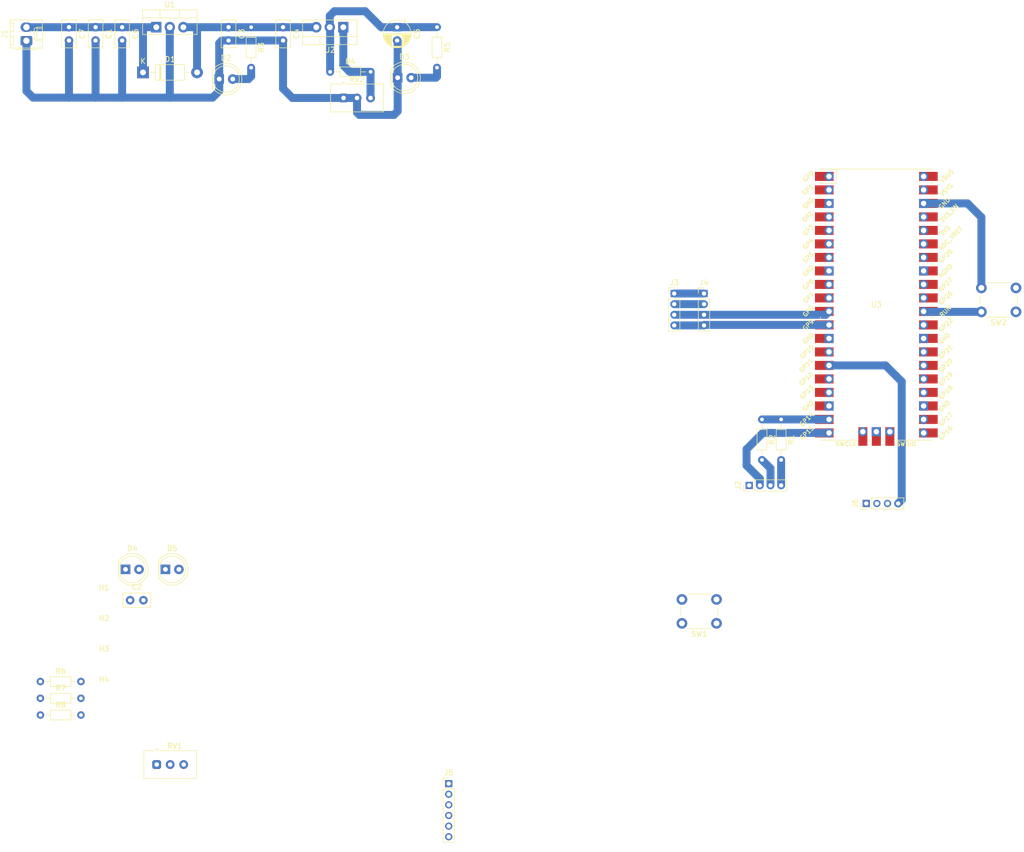
<source format=kicad_pcb>
(kicad_pcb (version 20240108) (generator "pcbnew") (generator_version "8.0")
  (layers (0 "F.Cu" signal) (31 "B.Cu" signal) (34 "B.Paste" user) (35 "F.Paste" user) (36 "B.SilkS" user "B.Silkscreen") (37 "F.SilkS" user "F.Silkscreen") (38 "B.Mask" user) (39 "F.Mask" user) (44 "Edge.Cuts" user))
  (net 0 "")
  (net 1 "GND")
  (net 2 "PIN_ADC")
  (net 3 "5V")
  (net 4 "3.3V")
  (net 5 "VCC")
  (net 6 "Net-(D2-A)")
  (net 7 "Net-(D3-A)")
  (net 8 "Net-(D4-A)")
  (net 9 "Net-(D5-A)")
  (net 10 "TRIG")
  (net 11 "Net-(J2-Pin_3)")
  (net 12 "SCL_0")
  (net 13 "SDA_0")
  (net 14 "PIN_RX")
  (net 15 "PIN_TX")
  (net 16 "PIN_SCK")
  (net 17 "PIN_CS")
  (net 18 "PIN_PWM")
  (net 19 "PIN_PRM")
  (net 20 "ECHO")
  (net 21 "Net-(U2-ADJ)")
  (net 22 "MIN_ALTURA")
  (net 23 "MAX_ALTURA")
  (net 24 "PIN_PAGINA")
  (net 25 "Net-(SW2-Pad2)")
  (net 26 "Net-(U3-RUN)")
  (net 27 "SDA_1")
  (net 28 "SCL_1")
  (net 53 "PIN_RPM")
  (footprint "MountingHole:MountingHole_2.1mm" (layer "F.Cu") (at 34.6 141.4)
    (property "Reference" "H2" (at 0 -3.2 0) (layer "F.SilkS"))
    (property "Value" "MountingHole")
    (pad "" np_thru_hole circle (at 0 0) (size 2.1 2.1) (drill 2.1) (layers "*.Cu" "*.Mask"))
  )
  (footprint "Connector_PinHeader_2.00mm:PinHeader_1x04_P2.00mm_Vertical" (layer "F.Cu") (at 155.9 113.2 90)
    (property "Reference" "J2" (at 0 -2.06 270) (layer "F.SilkS"))
    (property "Value" "HC-SR04")
    (pad "1" thru_hole rect (at 0 0 90) (size 1.35 1.35) (drill 0.8) (layers "*.Cu" "*.Mask") (net 3 "5V"))
    (pad "2" thru_hole oval (at 0 2 90) (size 1.35 1.35) (drill 0.8) (layers "*.Cu" "*.Mask") (net 10 "TRIG"))
    (pad "3" thru_hole oval (at 0 4 90) (size 1.35 1.35) (drill 0.8) (layers "*.Cu" "*.Mask") (net 11 "Net-(J2-Pin_3)"))
    (pad "4" thru_hole oval (at 0 6 90) (size 1.35 1.35) (drill 0.8) (layers "*.Cu" "*.Mask") (net 1 "GND"))
  )
  (footprint "Potentiometer_THT:Potentiometer_Vishay_T93XA_Horizontal" (layer "F.Cu") (at 44.49 165.715)
    (property "Reference" "RV1" (at 3.4 -3.5 0) (layer "F.SilkS"))
    (property "Value" "SetPoint")
    (pad "1" thru_hole roundrect (at 0 0) (size 1.65 1.65) (drill 0.85) (layers "*.Cu" "*.Mask") (net 4 "3.3V"))
    (pad "2" thru_hole circle (at 2.54 0) (size 1.65 1.65) (drill 0.85) (layers "*.Cu" "*.Mask") (net 2 "PIN_ADC"))
    (pad "3" thru_hole circle (at 5.08 0) (size 1.65 1.65) (drill 0.85) (layers "*.Cu" "*.Mask") (net 1 "GND"))
  )
  (footprint "Package_TO_SOT_THT:TO-220-3_Vertical" (layer "F.Cu") (at 44.42 27)
    (property "Reference" "U1" (at 2.54 -4.27 0) (layer "F.SilkS"))
    (property "Value" "LM7805_TO220")
    (pad "1" thru_hole rect (at 0 0) (size 1.905 2) (drill 1.1) (layers "*.Cu" "*.Mask") (net 5 "VCC"))
    (pad "2" thru_hole oval (at 2.54 0) (size 1.905 2) (drill 1.1) (layers "*.Cu" "*.Mask") (net 1 "GND"))
    (pad "3" thru_hole oval (at 5.08 0) (size 1.905 2) (drill 1.1) (layers "*.Cu" "*.Mask") (net 3 "5V"))
  )
  (footprint "Connector_PinHeader_2.00mm:PinHeader_1x06_P2.00mm_Vertical" (layer "F.Cu") (at 99.4 169.3)
    (property "Reference" "J5" (at 0 -2.06 0) (layer "F.SilkS"))
    (property "Value" "MEMORY SD")
    (pad "1" thru_hole rect (at 0 0) (size 1.35 1.35) (drill 0.8) (layers "*.Cu" "*.Mask") (net 3 "5V"))
    (pad "2" thru_hole oval (at 0 2) (size 1.35 1.35) (drill 0.8) (layers "*.Cu" "*.Mask") (net 1 "GND"))
    (pad "3" thru_hole oval (at 0 4) (size 1.35 1.35) (drill 0.8) (layers "*.Cu" "*.Mask") (net 16 "PIN_SCK"))
    (pad "4" thru_hole oval (at 0 6) (size 1.35 1.35) (drill 0.8) (layers "*.Cu" "*.Mask") (net 15 "PIN_TX"))
    (pad "5" thru_hole oval (at 0 8) (size 1.35 1.35) (drill 0.8) (layers "*.Cu" "*.Mask") (net 14 "PIN_RX"))
    (pad "6" thru_hole oval (at 0 10) (size 1.35 1.35) (drill 0.8) (layers "*.Cu" "*.Mask") (net 17 "PIN_CS"))
  )
  (footprint "Package_TO_SOT_THT:TO-220-3_Vertical" (layer "F.Cu") (at 79.58 27 180)
    (property "Reference" "U2" (at 2.54 -4.27 180) (layer "F.SilkS"))
    (property "Value" "LM317_TO-220")
    (pad "1" thru_hole rect (at 0 0 180) (size 1.905 2) (drill 1.1) (layers "*.Cu" "*.Mask") (net 21 "Net-(U2-ADJ)"))
    (pad "2" thru_hole oval (at 2.54 0 180) (size 1.905 2) (drill 1.1) (layers "*.Cu" "*.Mask") (net 4 "3.3V"))
    (pad "3" thru_hole oval (at 5.08 0 180) (size 1.905 2) (drill 1.1) (layers "*.Cu" "*.Mask") (net 3 "5V"))
  )
  (footprint "Connector_PinHeader_2.00mm:PinHeader_1x04_P2.00mm_Vertical" (layer "F.Cu") (at 141.8 77.1)
    (property "Reference" "J3" (at 0 -2.06 0) (layer "F.SilkS"))
    (property "Value" "LCD 20x4")
    (pad "1" thru_hole rect (at 0 0) (size 1.35 1.35) (drill 0.8) (layers "*.Cu" "*.Mask") (net 3 "5V"))
    (pad "2" thru_hole oval (at 0 2) (size 1.35 1.35) (drill 0.8) (layers "*.Cu" "*.Mask") (net 1 "GND"))
    (pad "3" thru_hole oval (at 0 4) (size 1.35 1.35) (drill 0.8) (layers "*.Cu" "*.Mask") (net 13 "SDA_0"))
    (pad "4" thru_hole oval (at 0 6) (size 1.35 1.35) (drill 0.8) (layers "*.Cu" "*.Mask") (net 12 "SCL_0"))
  )
  (footprint "Connector_PinHeader_2.00mm:PinHeader_1x04_P2.00mm_Vertical" (layer "F.Cu") (at 177.9 116.6 90)
    (property "Reference" "J6" (at 0 -2.06 270) (layer "F.SilkS"))
    (property "Value" "FAN_12V_PWM_3.3V")
    (pad "1" thru_hole rect (at 0 0 90) (size 1.35 1.35) (drill 0.8) (layers "*.Cu" "*.Mask") (net 1 "GND"))
    (pad "2" thru_hole oval (at 0 2 90) (size 1.35 1.35) (drill 0.8) (layers "*.Cu" "*.Mask") (net 5 "VCC"))
    (pad "3" thru_hole oval (at 0 4 90) (size 1.35 1.35) (drill 0.8) (layers "*.Cu" "*.Mask") (net 19 "PIN_PRM"))
    (pad "4" thru_hole oval (at 0 6 90) (size 1.35 1.35) (drill 0.8) (layers "*.Cu" "*.Mask") (net 18 "PIN_PWM"))
  )
  (footprint "Capacitor_THT:C_Disc_D5.0mm_W2.5mm_P2.50mm" (layer "F.Cu") (at 68.25 27 -90)
    (property "Reference" "C4" (at 1.25 -2.5 90) (layer "F.SilkS"))
    (property "Value" "0.1uF")
    (pad "1" thru_hole circle (at 0 0 270) (size 1.6 1.6) (drill 0.8) (layers "*.Cu" "*.Mask") (net 3 "5V"))
    (pad "2" thru_hole circle (at 2.5 0 270) (size 1.6 1.6) (drill 0.8) (layers "*.Cu" "*.Mask") (net 1 "GND"))
  )
  (footprint "Capacitor_THT:C_Disc_D5.0mm_W2.5mm_P2.50mm" (layer "F.Cu") (at 58 27 -90)
    (property "Reference" "C3" (at 1.25 -2.5 90) (layer "F.SilkS"))
    (property "Value" "100n")
    (pad "1" thru_hole circle (at 0 0 270) (size 1.6 1.6) (drill 0.8) (layers "*.Cu" "*.Mask") (net 3 "5V"))
    (pad "2" thru_hole circle (at 2.5 0 270) (size 1.6 1.6) (drill 0.8) (layers "*.Cu" "*.Mask") (net 1 "GND"))
  )
  (footprint "Button_Switch_THT:SW_PUSH_6mm_H4.3mm" (layer "F.Cu") (at 149.75 139.15 180)
    (property "Reference" "SW1" (at 3.25 -2 180) (layer "F.SilkS"))
    (property "Value" "PAGINA")
    (pad "1" thru_hole circle (at 0 0 270) (size 2 2) (drill 1.1) (layers "*.Cu" "*.Mask") (net 24 "PIN_PAGINA"))
    (pad "1" thru_hole circle (at 6.5 0 270) (size 2 2) (drill 1.1) (layers "*.Cu" "*.Mask") (net 24 "PIN_PAGINA"))
    (pad "2" thru_hole circle (at 0 4.5 270) (size 2 2) (drill 1.1) (layers "*.Cu" "*.Mask") (net 1 "GND"))
    (pad "2" thru_hole circle (at 6.5 4.5 270) (size 2 2) (drill 1.1) (layers "*.Cu" "*.Mask") (net 1 "GND"))
  )
  (footprint "Resistor_THT:R_Axial_DIN0204_L3.6mm_D1.6mm_P7.62mm_Horizontal" (layer "F.Cu") (at 97.2 26.99 -90)
    (property "Reference" "R5" (at 3.81 -1.92 90) (layer "F.SilkS"))
    (property "Value" "240")
    (pad "1" thru_hole circle (at 0 0 270) (size 1.4 1.4) (drill 0.7) (layers "*.Cu" "*.Mask") (net 4 "3.3V"))
    (pad "2" thru_hole oval (at 7.62 0 270) (size 1.4 1.4) (drill 0.7) (layers "*.Cu" "*.Mask") (net 7 "Net-(D3-A)"))
  )
  (footprint "MountingHole:MountingHole_2.1mm" (layer "F.Cu") (at 34.6 135.65)
    (property "Reference" "H1" (at 0 -3.2 0) (layer "F.SilkS"))
    (property "Value" "MountingHole")
    (pad "" np_thru_hole circle (at 0 0) (size 2.1 2.1) (drill 2.1) (layers "*.Cu" "*.Mask"))
  )
  (footprint "Diode_THT:D_DO-41_SOD81_P10.16mm_Horizontal" (layer "F.Cu") (at 41.92 35.5)
    (property "Reference" "D1" (at 5.08 -2.47 0) (layer "F.SilkS"))
    (property "Value" "1N4001")
    (fp_text user "K" (at 0 -2.1 0) (layer "F.SilkS"))
    (pad "1" thru_hole rect (at 0 0) (size 2.2 2.2) (drill 1.1) (layers "*.Cu" "*.Mask") (net 5 "VCC"))
    (pad "2" thru_hole oval (at 10.16 0) (size 2.2 2.2) (drill 1.1) (layers "*.Cu" "*.Mask") (net 3 "5V"))
  )
  (footprint "Resistor_THT:R_Axial_DIN0204_L3.6mm_D1.6mm_P7.62mm_Horizontal" (layer "F.Cu") (at 77.1 35.4)
    (property "Reference" "R4" (at 3.81 -1.92 0) (layer "F.SilkS"))
    (property "Value" "240")
    (pad "1" thru_hole circle (at 0 0) (size 1.4 1.4) (drill 0.7) (layers "*.Cu" "*.Mask") (net 4 "3.3V"))
    (pad "2" thru_hole oval (at 7.62 0) (size 1.4 1.4) (drill 0.7) (layers "*.Cu" "*.Mask") (net 21 "Net-(U2-ADJ)"))
  )
  (footprint "Potentiometer_THT:Potentiometer_Vishay_T93YA_Vertical" (layer "F.Cu") (at 79.62 40.3125)
    (property "Reference" "RV2" (at 2.54 -3.5 0) (layer "F.SilkS"))
    (property "Value" "1K")
    (pad "1" thru_hole roundrect (at 0 0) (size 1.65 1.65) (drill 0.85) (layers "*.Cu" "*.Mask") (net 1 "GND"))
    (pad "2" thru_hole circle (at 2.54 0) (size 1.65 1.65) (drill 0.85) (layers "*.Cu" "*.Mask") (net 1 "GND"))
    (pad "3" thru_hole circle (at 5.08 0) (size 1.65 1.65) (drill 0.85) (layers "*.Cu" "*.Mask") (net 21 "Net-(U2-ADJ)"))
  )
  (footprint "Button_Switch_THT:SW_PUSH_6mm_H4.3mm" (layer "F.Cu") (at 206.05 80.55 180)
    (property "Reference" "SW2" (at 3.25 -2 180) (layer "F.SilkS"))
    (property "Value" "RESET")
    (pad "1" thru_hole circle (at 0 0 270) (size 2 2) (drill 1.1) (layers "*.Cu" "*.Mask") (net 26 "Net-(U3-RUN)"))
    (pad "1" thru_hole circle (at 6.5 0 270) (size 2 2) (drill 1.1) (layers "*.Cu" "*.Mask") (net 26 "Net-(U3-RUN)"))
    (pad "2" thru_hole circle (at 0 4.5 270) (size 2 2) (drill 1.1) (layers "*.Cu" "*.Mask") (net 25 "Net-(SW2-Pad2)"))
    (pad "2" thru_hole circle (at 6.5 4.5 270) (size 2 2) (drill 1.1) (layers "*.Cu" "*.Mask") (net 25 "Net-(SW2-Pad2)"))
  )
  (footprint "MCU_RaspberryPi_and_Boards:RPi_Pico_SMD_TH" (layer "F.Cu") (at 179.8 79.2)
    (property "Reference" "U3" (at 0 0 0) (layer "F.SilkS"))
    (property "Value" "Pico")
    (fp_text user "GP18" (at 13.054 16.51 45) (layer "F.SilkS") (effects (font (size 0.8 0.8))))
    (fp_text user "GP5" (at -12.8 -8.89 45) (layer "F.SilkS") (effects (font (size 0.8 0.8))))
    (fp_text user "GP17" (at 13.054 21.59 45) (layer "F.SilkS") (effects (font (size 0.8 0.8))))
    (fp_text user "GP4" (at -12.8 -11.43 45) (layer "F.SilkS") (effects (font (size 0.8 0.8))))
    (fp_text user "GND" (at -12.8 -6.35 45) (layer "F.SilkS") (effects (font (size 0.8 0.8))))
    (fp_text user "GP15" (at -13.054 24.13 45) (layer "F.SilkS") (effects (font (size 0.8 0.8))))
    (fp_text user "GND" (at 12.8 19.05 45) (layer "F.SilkS") (effects (font (size 0.8 0.8))))
    (fp_text user "GND" (at 12.8 -19.05 45) (layer "F.SilkS") (effects (font (size 0.8 0.8))))
    (fp_text user "GP27" (at 13.054 -3.8 45) (layer "F.SilkS") (effects (font (size 0.8 0.8))))
    (fp_text user "GND" (at -12.8 -19.05 45) (layer "F.SilkS") (effects (font (size 0.8 0.8))))
    (fp_text user "GP10" (at -13.054 8.89 45) (layer "F.SilkS") (effects (font (size 0.8 0.8))))
    (fp_text user "GP3" (at -12.8 -13.97 45) (layer "F.SilkS") (effects (font (size 0.8 0.8))))
    (fp_text user "GP2" (at -12.9 -16.51 45) (layer "F.SilkS") (effects (font (size 0.8 0.8))))
    (fp_text user "SWCLK" (at -5.7 26.2 0) (layer "F.SilkS") (effects (font (size 0.8 0.8))))
    (fp_text user "GND" (at 12.8 6.35 45) (layer "F.SilkS") (effects (font (size 0.8 0.8))))
    (fp_text user "GND" (at -12.8 6.35 45) (layer "F.SilkS") (effects (font (size 0.8 0.8))))
    (fp_text user "GP22" (at 13.054 3.81 45) (layer "F.SilkS") (effects (font (size 0.8 0.8))))
    (fp_text user "GP13" (at -13.054 16.51 45) (layer "F.SilkS") (effects (font (size 0.8 0.8))))
    (fp_text user "SWDIO" (at 5.6 26.2 0) (layer "F.SilkS") (effects (font (size 0.8 0.8))))
    (fp_text user "GP9" (at -12.8 3.81 45) (layer "F.SilkS") (effects (font (size 0.8 0.8))))
    (fp_text user "GP7" (at -12.7 -1.3 45) (layer "F.SilkS") (effects (font (size 0.8 0.8))))
    (fp_text user "GP16" (at 13.054 24.13 45) (layer "F.SilkS") (effects (font (size 0.8 0.8))))
    (fp_text user "GP1" (at -12.9 -21.6 45) (layer "F.SilkS") (effects (font (size 0.8 0.8))))
    (fp_text user "GP8" (at -12.8 1.27 45) (layer "F.SilkS") (effects (font (size 0.8 0.8))))
    (fp_text user "3V3" (at 12.9 -13.9 45) (layer "F.SilkS") (effects (font (size 0.8 0.8))))
    (fp_text user "VBUS" (at 13.3 -24.2 45) (layer "F.SilkS") (effects (font (size 0.8 0.8))))
    (fp_text user "GP0" (at -12.8 -24.13 45) (layer "F.SilkS") (effects (font (size 0.8 0.8))))
    (fp_text user "AGND" (at 13.054 -6.35 45) (layer "F.SilkS") (effects (font (size 0.8 0.8))))
    (fp_text user "GP26" (at 13.054 -1.27 45) (layer "F.SilkS") (effects (font (size 0.8 0.8))))
    (fp_text user "GND" (at -12.8 19.05 45) (layer "F.SilkS") (effects (font (size 0.8 0.8))))
    (fp_text user "GP21" (at 13.054 8.9 45) (layer "F.SilkS") (effects (font (size 0.8 0.8))))
    (fp_text user "VSYS" (at 13.2 -21.59 45) (layer "F.SilkS") (effects (font (size 0.8 0.8))))
    (fp_text user "GP28" (at 13.054 -9.144 45) (layer "F.SilkS") (effects (font (size 0.8 0.8))))
    (fp_text user "3V3_EN" (at 13.7 -17.2 45) (layer "F.SilkS") (effects (font (size 0.8 0.8))))
    (fp_text user "GP6" (at -12.8 -3.81 45) (layer "F.SilkS") (effects (font (size 0.8 0.8))))
    (fp_text user "ADC_VREF" (at 14 -12.5 45) (layer "F.SilkS") (effects (font (size 0.8 0.8))))
    (fp_text user "GP11" (at -13.2 11.43 45) (layer "F.SilkS") (effects (font (size 0.8 0.8))))
    (fp_text user "GP20" (at 13.054 11.43 45) (layer "F.SilkS") (effects (font (size 0.8 0.8))))
    (fp_text user "GP19" (at 13.054 13.97 45) (layer "F.SilkS") (effects (font (size 0.8 0.8))))
    (fp_text user "GP12" (at -13.2 13.97 45) (layer "F.SilkS") (effects (font (size 0.8 0.8))))
    (fp_text user "GP14" (at -13.1 21.59 45) (layer "F.SilkS") (effects (font (size 0.8 0.8))))
    (fp_text user "RUN" (at 13 1.27 45) (layer "F.SilkS") (effects (font (size 0.8 0.8))))
    (pad "" np_thru_hole oval (at -2.725 -24) (size 1.8 1.8) (drill 1.8) (layers "*.Cu" "*.Mask"))
    (pad "" np_thru_hole oval (at -2.425 -20.97) (size 1.5 1.5) (drill 1.5) (layers "*.Cu" "*.Mask"))
    (pad "" np_thru_hole oval (at 2.425 -20.97) (size 1.5 1.5) (drill 1.5) (layers "*.Cu" "*.Mask"))
    (pad "" np_thru_hole oval (at 2.725 -24) (size 1.8 1.8) (drill 1.8) (layers "*.Cu" "*.Mask"))
    (pad "1" thru_hole oval (at -8.89 -24.13) (size 1.7 1.7) (drill 1.02) (layers "*.Cu" "*.Mask") (net 16 "PIN_SCK"))
    (pad "1" smd rect (at -8.89 -24.13) (size 3.5 1.7) (drill (offset -0.9 0)) (layers "F.Cu" "F.Mask") (net 16 "PIN_SCK"))
    (pad "2" thru_hole oval (at -8.89 -21.59) (size 1.7 1.7) (drill 1.02) (layers "*.Cu" "*.Mask") (net 15 "PIN_TX"))
    (pad "2" smd rect (at -8.89 -21.59) (size 3.5 1.7) (drill (offset -0.9 0)) (layers "F.Cu" "F.Mask") (net 15 "PIN_TX"))
    (pad "3" thru_hole rect (at -8.89 -19.05) (size 1.7 1.7) (drill 1.02) (layers "*.Cu" "*.Mask") (net 1 "GND"))
    (pad "3" smd rect (at -8.89 -19.05) (size 3.5 1.7) (drill (offset -0.9 0)) (layers "F.Cu" "F.Mask") (net 1 "GND"))
    (pad "4" thru_hole oval (at -8.89 -16.51) (size 1.7 1.7) (drill 1.02) (layers "*.Cu" "*.Mask") (net 14 "PIN_RX"))
    (pad "4" smd rect (at -8.89 -16.51) (size 3.5 1.7) (drill (offset -0.9 0)) (layers "F.Cu" "F.Mask") (net 14 "PIN_RX"))
    (pad "5" thru_hole oval (at -8.89 -13.97) (size 1.7 1.7) (drill 1.02) (layers "*.Cu" "*.Mask") (net 17 "PIN_CS"))
    (pad "5" smd rect (at -8.89 -13.97) (size 3.5 1.7) (drill (offset -0.9 0)) (layers "F.Cu" "F.Mask") (net 17 "PIN_CS"))
    (pad "6" thru_hole oval (at -8.89 -11.43) (size 1.7 1.7) (drill 1.02) (layers "*.Cu" "*.Mask"))
    (pad "6" smd rect (at -8.89 -11.43) (size 3.5 1.7) (drill (offset -0.9 0)) (layers "F.Cu" "F.Mask"))
    (pad "7" thru_hole oval (at -8.89 -8.89) (size 1.7 1.7) (drill 1.02) (layers "*.Cu" "*.Mask"))
    (pad "7" smd rect (at -8.89 -8.89) (size 3.5 1.7) (drill (offset -0.9 0)) (layers "F.Cu" "F.Mask"))
    (pad "8" thru_hole rect (at -8.89 -6.35) (size 1.7 1.7) (drill 1.02) (layers "*.Cu" "*.Mask"))
    (pad "8" smd rect (at -8.89 -6.35) (size 3.5 1.7) (drill (offset -0.9 0)) (layers "F.Cu" "F.Mask"))
    (pad "9" thru_hole oval (at -8.89 -3.81) (size 1.7 1.7) (drill 1.02) (layers "*.Cu" "*.Mask") (net 27 "SDA_1"))
    (pad "9" smd rect (at -8.89 -3.81) (size 3.5 1.7) (drill (offset -0.9 0)) (layers "F.Cu" "F.Mask") (net 27 "SDA_1"))
    (pad "10" thru_hole oval (at -8.89 -1.27) (size 1.7 1.7) (drill 1.02) (layers "*.Cu" "*.Mask") (net 28 "SCL_1"))
    (pad "10" smd rect (at -8.89 -1.27) (size 3.5 1.7) (drill (offset -0.9 0)) (layers "F.Cu" "F.Mask") (net 28 "SCL_1"))
    (pad "11" thru_hole oval (at -8.89 1.27) (size 1.7 1.7) (drill 1.02) (layers "*.Cu" "*.Mask") (net 13 "SDA_0"))
    (pad "11" smd rect (at -8.89 1.27) (size 3.5 1.7) (drill (offset -0.9 0)) (layers "F.Cu" "F.Mask") (net 13 "SDA_0"))
    (pad "12" thru_hole oval (at -8.89 3.81) (size 1.7 1.7) (drill 1.02) (layers "*.Cu" "*.Mask") (net 12 "SCL_0"))
    (pad "12" smd rect (at -8.89 3.81) (size 3.5 1.7) (drill (offset -0.9 0)) (layers "F.Cu" "F.Mask") (net 12 "SCL_0"))
    (pad "13" thru_hole rect (at -8.89 6.35) (size 1.7 1.7) (drill 1.02) (layers "*.Cu" "*.Mask"))
    (pad "13" smd rect (at -8.89 6.35) (size 3.5 1.7) (drill (offset -0.9 0)) (layers "F.Cu" "F.Mask"))
    (pad "14" thru_hole oval (at -8.89 8.89) (size 1.7 1.7) (drill 1.02) (layers "*.Cu" "*.Mask") (net 53 "PIN_RPM"))
    (pad "14" smd rect (at -8.89 8.89) (size 3.5 1.7) (drill (offset -0.9 0)) (layers "F.Cu" "F.Mask") (net 53 "PIN_RPM"))
    (pad "15" thru_hole oval (at -8.89 11.43) (size 1.7 1.7) (drill 1.02) (layers "*.Cu" "*.Mask") (net 18 "PIN_PWM"))
    (pad "15" smd rect (at -8.89 11.43) (size 3.5 1.7) (drill (offset -0.9 0)) (layers "F.Cu" "F.Mask") (net 18 "PIN_PWM"))
    (pad "16" thru_hole oval (at -8.89 13.97) (size 1.7 1.7) (drill 1.02) (layers "*.Cu" "*.Mask") (net 23 "MAX_ALTURA"))
    (pad "16" smd rect (at -8.89 13.97) (size 3.5 1.7) (drill (offset -0.9 0)) (layers "F.Cu" "F.Mask") (net 23 "MAX_ALTURA"))
    (pad "17" thru_hole oval (at -8.89 16.51) (size 1.7 1.7) (drill 1.02) (layers "*.Cu" "*.Mask") (net 22 "MIN_ALTURA"))
    (pad "17" smd rect (at -8.89 16.51) (size 3.5 1.7) (drill (offset -0.9 0)) (layers "F.Cu" "F.Mask") (net 22 "MIN_ALTURA"))
    (pad "18" thru_hole rect (at -8.89 19.05) (size 1.7 1.7) (drill 1.02) (layers "*.Cu" "*.Mask"))
    (pad "18" smd rect (at -8.89 19.05) (size 3.5 1.7) (drill (offset -0.9 0)) (layers "F.Cu" "F.Mask"))
    (pad "19" thru_hole oval (at -8.89 21.59) (size 1.7 1.7) (drill 1.02) (layers "*.Cu" "*.Mask") (net 20 "ECHO"))
    (pad "19" smd rect (at -8.89 21.59) (size 3.5 1.7) (drill (offset -0.9 0)) (layers "F.Cu" "F.Mask") (net 20 "ECHO"))
    (pad "20" thru_hole oval (at -8.89 24.13) (size 1.7 1.7) (drill 1.02) (layers "*.Cu" "*.Mask") (net 10 "TRIG"))
    (pad "20" smd rect (at -8.89 24.13) (size 3.5 1.7) (drill (offset -0.9 0)) (layers "F.Cu" "F.Mask") (net 10 "TRIG"))
    (pad "21" thru_hole oval (at 8.89 24.13) (size 1.7 1.7) (drill 1.02) (layers "*.Cu" "*.Mask") (net 24 "PIN_PAGINA"))
    (pad "21" smd rect (at 8.89 24.13) (size 3.5 1.7) (drill (offset 0.9 0)) (layers "F.Cu" "F.Mask") (net 24 "PIN_PAGINA"))
    (pad "22" thru_hole oval (at 8.89 21.59) (size 1.7 1.7) (drill 1.02) (layers "*.Cu" "*.Mask"))
    (pad "22" smd rect (at 8.89 21.59) (size 3.5 1.7) (drill (offset 0.9 0)) (layers "F.Cu" "F.Mask"))
    (pad "23" thru_hole rect (at 8.89 19.05) (size 1.7 1.7) (drill 1.02) (layers "*.Cu" "*.Mask"))
    (pad "23" smd rect (at 8.89 19.05) (size 3.5 1.7) (drill (offset 0.9 0)) (layers "F.Cu" "F.Mask"))
    (pad "24" thru_hole oval (at 8.89 16.51) (size 1.7 1.7) (drill 1.02) (layers "*.Cu" "*.Mask"))
    (pad "24" smd rect (at 8.89 16.51) (size 3.5 1.7) (drill (offset 0.9 0)) (layers "F.Cu" "F.Mask"))
    (pad "25" thru_hole oval (at 8.89 13.97) (size 1.7 1.7) (drill 1.02) (layers "*.Cu" "*.Mask"))
    (pad "25" smd rect (at 8.89 13.97) (size 3.5 1.7) (drill (offset 0.9 0)) (layers "F.Cu" "F.Mask"))
    (pad "26" thru_hole oval (at 8.89 11.43) (size 1.7 1.7) (drill 1.02) (layers "*.Cu" "*.Mask"))
    (pad "26" smd rect (at 8.89 11.43) (size 3.5 1.7) (drill (offset 0.9 0)) (layers "F.Cu" "F.Mask"))
    (pad "27" thru_hole oval (at 8.89 8.89) (size 1.7 1.7) (drill 1.02) (layers "*.Cu" "*.Mask"))
    (pad "27" smd rect (at 8.89 8.89) (size 3.5 1.7) (drill (offset 0.9 0)) (layers "F.Cu" "F.Mask"))
    (pad "28" thru_hole rect (at 8.89 6.35) (size 1.7 1.7) (drill 1.02) (layers "*.Cu" "*.Mask"))
    (pad "28" smd rect (at 8.89 6.35) (size 3.5 1.7) (drill (offset 0.9 0)) (layers "F.Cu" "F.Mask"))
    (pad "29" thru_hole oval (at 8.89 3.81) (size 1.7 1.7) (drill 1.02) (layers "*.Cu" "*.Mask"))
    (pad "29" smd rect (at 8.89 3.81) (size 3.5 1.7) (drill (offset 0.9 0)) (layers "F.Cu" "F.Mask"))
    (pad "30" thru_hole oval (at 8.89 1.27) (size 1.7 1.7) (drill 1.02) (layers "*.Cu" "*.Mask") (net 26 "Net-(U3-RUN)"))
    (pad "30" smd rect (at 8.89 1.27) (size 3.5 1.7) (drill (offset 0.9 0)) (layers "F.Cu" "F.Mask") (net 26 "Net-(U3-RUN)"))
    (pad "31" thru_hole oval (at 8.89 -1.27) (size 1.7 1.7) (drill 1.02) (layers "*.Cu" "*.Mask") (net 2 "PIN_ADC"))
    (pad "31" smd rect (at 8.89 -1.27) (size 3.5 1.7) (drill (offset 0.9 0)) (layers "F.Cu" "F.Mask") (net 2 "PIN_ADC"))
    (pad "32" thru_hole oval (at 8.89 -3.81) (size 1.7 1.7) (drill 1.02) (layers "*.Cu" "*.Mask"))
    (pad "32" smd rect (at 8.89 -3.81) (size 3.5 1.7) (drill (offset 0.9 0)) (layers "F.Cu" "F.Mask"))
    (pad "33" thru_hole rect (at 8.89 -6.35) (size 1.7 1.7) (drill 1.02) (layers "*.Cu" "*.Mask"))
    (pad "33" smd rect (at 8.89 -6.35) (size 3.5 1.7) (drill (offset 0.9 0)) (layers "F.Cu" "F.Mask"))
    (pad "34" thru_hole oval (at 8.89 -8.89) (size 1.7 1.7) (drill 1.02) (layers "*.Cu" "*.Mask"))
    (pad "34" smd rect (at 8.89 -8.89) (size 3.5 1.7) (drill (offset 0.9 0)) (layers "F.Cu" "F.Mask"))
    (pad "35" thru_hole oval (at 8.89 -11.43) (size 1.7 1.7) (drill 1.02) (layers "*.Cu" "*.Mask"))
    (pad "35" smd rect (at 8.89 -11.43) (size 3.5 1.7) (drill (offset 0.9 0)) (layers "F.Cu" "F.Mask"))
    (pad "36" thru_hole oval (at 8.89 -13.97) (size 1.7 1.7) (drill 1.02) (layers "*.Cu" "*.Mask"))
    (pad "36" smd rect (at 8.89 -13.97) (size 3.5 1.7) (drill (offset 0.9 0)) (layers "F.Cu" "F.Mask"))
    (pad "37" thru_hole oval (at 8.89 -16.51) (size 1.7 1.7) (drill 1.02) (layers "*.Cu" "*.Mask"))
    (pad "37" smd rect (at 8.89 -16.51) (size 3.5 1.7) (drill (offset 0.9 0)) (layers "F.Cu" "F.Mask"))
    (pad "38" thru_hole rect (at 8.89 -19.05) (size 1.7 1.7) (drill 1.02) (layers "*.Cu" "*.Mask") (net 25 "Net-(SW2-Pad2)"))
    (pad "38" smd rect (at 8.89 -19.05) (size 3.5 1.7) (drill (offset 0.9 0)) (layers "F.Cu" "F.Mask") (net 25 "Net-(SW2-Pad2)"))
    (pad "39" thru_hole oval (at 8.89 -21.59) (size 1.7 1.7) (drill 1.02) (layers "*.Cu" "*.Mask") (net 3 "5V"))
    (pad "39" smd rect (at 8.89 -21.59) (size 3.5 1.7) (drill (offset 0.9 0)) (layers "F.Cu" "F.Mask") (net 3 "5V"))
    (pad "40" thru_hole oval (at 8.89 -24.13) (size 1.7 1.7) (drill 1.02) (layers "*.Cu" "*.Mask"))
    (pad "40" smd rect (at 8.89 -24.13) (size 3.5 1.7) (drill (offset 0.9 0)) (layers "F.Cu" "F.Mask"))
    (pad "41" thru_hole oval (at -2.54 23.9) (size 1.7 1.7) (drill 1.02) (layers "*.Cu" "*.Mask"))
    (pad "41" smd rect (at -2.54 23.9 90) (size 3.5 1.7) (drill (offset -0.9 0)) (layers "F.Cu" "F.Mask"))
    (pad "42" thru_hole rect (at 0 23.9) (size 1.7 1.7) (drill 1.02) (layers "*.Cu" "*.Mask"))
    (pad "42" smd rect (at 0 23.9 90) (size 3.5 1.7) (drill (offset -0.9 0)) (layers "F.Cu" "F.Mask"))
    (pad "43" thru_hole oval (at 2.54 23.9) (size 1.7 1.7) (drill 1.02) (layers "*.Cu" "*.Mask"))
    (pad "43" smd rect (at 2.54 23.9 90) (size 3.5 1.7) (drill (offset -0.9 0)) (layers "F.Cu" "F.Mask"))
  )
  (footprint "MountingHole:MountingHole_2.1mm" (layer "F.Cu") (at 34.6 147.15)
    (property "Reference" "H3" (at 0 -3.2 0) (layer "F.SilkS"))
    (property "Value" "MountingHole")
    (pad "" np_thru_hole circle (at 0 0) (size 2.1 2.1) (drill 2.1) (layers "*.Cu" "*.Mask"))
  )
  (footprint "Capacitor_THT:CP_Radial_D5.0mm_P2.50mm" (layer "F.Cu") (at 89.7 27 -90)
    (property "Reference" "C5" (at 1.25 -3.75 90) (layer "F.SilkS"))
    (property "Value" "10uF")
    (pad "1" thru_hole rect (at 0 0 270) (size 1.6 1.6) (drill 0.8) (layers "*.Cu" "*.Mask") (net 4 "3.3V"))
    (pad "2" thru_hole circle (at 2.5 0 270) (size 1.6 1.6) (drill 0.8) (layers "*.Cu" "*.Mask") (net 1 "GND"))
  )
  (footprint "LED_THT:LED_D5.0mm" (layer "F.Cu") (at 46.13 129)
    (property "Reference" "D5" (at 1.27 -3.96 0) (layer "F.SilkS"))
    (property "Value" "LED")
    (pad "1" thru_hole rect (at 0 0) (size 1.8 1.8) (drill 0.9) (layers "*.Cu" "*.Mask") (net 1 "GND"))
    (pad "2" thru_hole circle (at 2.54 0) (size 1.8 1.8) (drill 0.9) (layers "*.Cu" "*.Mask") (net 9 "Net-(D5-A)"))
  )
  (footprint "LED_THT:LED_D5.0mm" (layer "F.Cu") (at 56.25 36.75)
    (property "Reference" "D2" (at 1.27 -3.96 0) (layer "F.SilkS"))
    (property "Value" "LED")
    (pad "1" thru_hole rect (at 0 0) (size 1.8 1.8) (drill 0.9) (layers "*.Cu" "*.Mask") (net 1 "GND"))
    (pad "2" thru_hole circle (at 2.54 0) (size 1.8 1.8) (drill 0.9) (layers "*.Cu" "*.Mask") (net 6 "Net-(D2-A)"))
  )
  (footprint "Resistor_THT:R_Axial_DIN0204_L3.6mm_D1.6mm_P7.62mm_Horizontal" (layer "F.Cu") (at 158.3 100.79 -90)
    (property "Reference" "R2" (at 3.81 -1.92 90) (layer "F.SilkS"))
    (property "Value" "1K")
    (pad "1" thru_hole circle (at 0 0 270) (size 1.4 1.4) (drill 0.7) (layers "*.Cu" "*.Mask") (net 20 "ECHO"))
    (pad "2" thru_hole oval (at 7.62 0 270) (size 1.4 1.4) (drill 0.7) (layers "*.Cu" "*.Mask") (net 11 "Net-(J2-Pin_3)"))
  )
  (footprint "Resistor_THT:R_Axial_DIN0204_L3.6mm_D1.6mm_P7.62mm_Horizontal" (layer "F.Cu") (at 22.63 153.25)
    (property "Reference" "R7" (at 3.81 -1.92 0) (layer "F.SilkS"))
    (property "Value" "100")
    (pad "1" thru_hole circle (at 0 0) (size 1.4 1.4) (drill 0.7) (layers "*.Cu" "*.Mask") (net 23 "MAX_ALTURA"))
    (pad "2" thru_hole oval (at 7.62 0) (size 1.4 1.4) (drill 0.7) (layers "*.Cu" "*.Mask") (net 9 "Net-(D5-A)"))
  )
  (footprint "Capacitor_THT:C_Disc_D5.0mm_W2.5mm_P2.50mm" (layer "F.Cu") (at 33 27 -90)
    (property "Reference" "C1" (at 1.25 -2.5 90) (layer "F.SilkS"))
    (property "Value" "100n")
    (pad "1" thru_hole circle (at 0 0 270) (size 1.6 1.6) (drill 0.8) (layers "*.Cu" "*.Mask") (net 5 "VCC"))
    (pad "2" thru_hole circle (at 2.5 0 270) (size 1.6 1.6) (drill 0.8) (layers "*.Cu" "*.Mask") (net 1 "GND"))
  )
  (footprint "Connector_Molex:Molex_KK-254_AE-6410-02A_1x02_P2.54mm_Vertical" (layer "F.Cu") (at 20 29.54 90)
    (property "Reference" "J1" (at 1.27 -4.12 -90) (layer "F.SilkS"))
    (property "Value" "12V")
    (pad "1" thru_hole roundrect (at 0 0 90) (size 1.74 2.19) (drill 1.19) (layers "*.Cu" "*.Mask") (roundrect_rratio 0.143678) (net 1 "GND"))
    (pad "2" thru_hole oval (at 2.54 0 90) (size 1.74 2.19) (drill 1.19) (layers "*.Cu" "*.Mask") (net 5 "VCC"))
  )
  (footprint "Capacitor_THT:C_Disc_D5.0mm_W2.5mm_P2.50mm" (layer "F.Cu") (at 28 27 -90)
    (property "Reference" "C7" (at 1.25 -2.5 90) (layer "F.SilkS"))
    (property "Value" "100n")
    (pad "1" thru_hole circle (at 0 0 270) (size 1.6 1.6) (drill 0.8) (layers "*.Cu" "*.Mask") (net 5 "VCC"))
    (pad "2" thru_hole circle (at 2.5 0 270) (size 1.6 1.6) (drill 0.8) (layers "*.Cu" "*.Mask") (net 1 "GND"))
  )
  (footprint "Connector_PinHeader_2.00mm:PinHeader_1x04_P2.00mm_Vertical" (layer "F.Cu") (at 147.4 77.1)
    (property "Reference" "J4" (at 0 -2.06 0) (layer "F.SilkS"))
    (property "Value" "RTC")
    (pad "1" thru_hole rect (at 0 0) (size 1.35 1.35) (drill 0.8) (layers "*.Cu" "*.Mask") (net 3 "5V"))
    (pad "2" thru_hole oval (at 0 2) (size 1.35 1.35) (drill 0.8) (layers "*.Cu" "*.Mask") (net 1 "GND"))
    (pad "3" thru_hole oval (at 0 4) (size 1.35 1.35) (drill 0.8) (layers "*.Cu" "*.Mask") (net 13 "SDA_0"))
    (pad "4" thru_hole oval (at 0 6) (size 1.35 1.35) (drill 0.8) (layers "*.Cu" "*.Mask") (net 12 "SCL_0"))
  )
  (footprint "MountingHole:MountingHole_2.1mm" (layer "F.Cu") (at 34.6 152.9)
    (property "Reference" "H4" (at 0 -3.2 0) (layer "F.SilkS"))
    (property "Value" "MountingHole")
    (pad "" np_thru_hole circle (at 0 0) (size 2.1 2.1) (drill 2.1) (layers "*.Cu" "*.Mask"))
  )
  (footprint "LED_THT:LED_D5.0mm" (layer "F.Cu") (at 89.8 36.5)
    (property "Reference" "D3" (at 1.27 -3.96 0) (layer "F.SilkS"))
    (property "Value" "LED")
    (pad "1" thru_hole rect (at 0 0) (size 1.8 1.8) (drill 0.9) (layers "*.Cu" "*.Mask") (net 1 "GND"))
    (pad "2" thru_hole circle (at 2.54 0) (size 1.8 1.8) (drill 0.9) (layers "*.Cu" "*.Mask") (net 7 "Net-(D3-A)"))
  )
  (footprint "LED_THT:LED_D5.0mm" (layer "F.Cu") (at 38.63 129)
    (property "Reference" "D4" (at 1.27 -3.96 0) (layer "F.SilkS"))
    (property "Value" "LED")
    (pad "1" thru_hole rect (at 0 0) (size 1.8 1.8) (drill 0.9) (layers "*.Cu" "*.Mask") (net 1 "GND"))
    (pad "2" thru_hole circle (at 2.54 0) (size 1.8 1.8) (drill 0.9) (layers "*.Cu" "*.Mask") (net 8 "Net-(D4-A)"))
  )
  (footprint "Resistor_THT:R_Axial_DIN0204_L3.6mm_D1.6mm_P7.62mm_Horizontal" (layer "F.Cu") (at 161.9 100.79 -90)
    (property "Reference" "R1" (at 3.81 -1.92 90) (layer "F.SilkS"))
    (property "Value" "2K")
    (pad "1" thru_hole circle (at 0 0 270) (size 1.4 1.4) (drill 0.7) (layers "*.Cu" "*.Mask") (net 20 "ECHO"))
    (pad "2" thru_hole oval (at 7.62 0 270) (size 1.4 1.4) (drill 0.7) (layers "*.Cu" "*.Mask") (net 1 "GND"))
  )
  (footprint "Capacitor_THT:C_Disc_D5.0mm_W2.5mm_P2.50mm" (layer "F.Cu") (at 38 27 -90)
    (property "Reference" "C6" (at 1.25 -2.5 90) (layer "F.SilkS"))
    (property "Value" "100n")
    (pad "1" thru_hole circle (at 0 0 270) (size 1.6 1.6) (drill 0.8) (layers "*.Cu" "*.Mask") (net 5 "VCC"))
    (pad "2" thru_hole circle (at 2.5 0 270) (size 1.6 1.6) (drill 0.8) (layers "*.Cu" "*.Mask") (net 1 "GND"))
  )
  (footprint "Resistor_THT:R_Axial_DIN0204_L3.6mm_D1.6mm_P7.62mm_Horizontal" (layer "F.Cu") (at 22.63 150.1)
    (property "Reference" "R6" (at 3.81 -1.92 0) (layer "F.SilkS"))
    (property "Value" "100")
    (pad "1" thru_hole circle (at 0 0) (size 1.4 1.4) (drill 0.7) (layers "*.Cu" "*.Mask") (net 22 "MIN_ALTURA"))
    (pad "2" thru_hole oval (at 7.62 0) (size 1.4 1.4) (drill 0.7) (layers "*.Cu" "*.Mask") (net 8 "Net-(D4-A)"))
  )
  (footprint "Capacitor_THT:C_Disc_D5.0mm_W2.5mm_P2.50mm" (layer "F.Cu") (at 39.5 134.8)
    (property "Reference" "C2" (at 1.25 -2.5 0) (layer "F.SilkS"))
    (property "Value" "100n")
    (pad "1" thru_hole circle (at 0 0) (size 1.6 1.6) (drill 0.8) (layers "*.Cu" "*.Mask") (net 2 "PIN_ADC"))
    (pad "2" thru_hole circle (at 2.5 0) (size 1.6 1.6) (drill 0.8) (layers "*.Cu" "*.Mask") (net 1 "GND"))
  )
  (footprint "Resistor_THT:R_Axial_DIN0204_L3.6mm_D1.6mm_P7.62mm_Horizontal" (layer "F.Cu") (at 62.25 27 -90)
    (property "Reference" "R3" (at 3.81 -1.92 90) (layer "F.SilkS"))
    (property "Value" "330")
    (pad "1" thru_hole circle (at 0 0 270) (size 1.4 1.4) (drill 0.7) (layers "*.Cu" "*.Mask") (net 3 "5V"))
    (pad "2" thru_hole oval (at 7.62 0 270) (size 1.4 1.4) (drill 0.7) (layers "*.Cu" "*.Mask") (net 6 "Net-(D2-A)"))
  )
  (footprint "Resistor_THT:R_Axial_DIN0204_L3.6mm_D1.6mm_P7.62mm_Horizontal" (layer "F.Cu") (at 22.63 156.4)
    (property "Reference" "R8" (at 3.81 -1.92 0) (layer "F.SilkS"))
    (property "Value" "10K")
    (pad "1" thru_hole circle (at 0 0) (size 1.4 1.4) (drill 0.7) (layers "*.Cu" "*.Mask") (net 4 "3.3V"))
    (pad "2" thru_hole oval (at 7.62 0) (size 1.4 1.4) (drill 0.7) (layers "*.Cu" "*.Mask") (net 24 "PIN_PAGINA"))
  )
  (segment (start 89.8 42.8) (end 89.8 36.5) (width 1.5) (layer "B.Cu") (net 1))
  (segment (start 82.16 43.06) (end 82.6 43.5) (width 1.5) (layer "B.Cu") (net 1))
  (segment (start 21.25 40.25) (end 20 39) (width 1.5) (layer "B.Cu") (net 1))
  (segment (start 147.4 79.1) (end 141.8 79.1) (width 1.5) (layer "B.Cu") (net 1))
  (segment (start 46.96 40.21) (end 47 40.25) (width 1.5) (layer "B.Cu") (net 1))
  (segment (start 56.25 36.75) (end 56.25 39) (width 1.5) (layer "B.Cu") (net 1))
  (segment (start 161.9 108.41) (end 161.9 113.2) (width 1.5) (layer "B.Cu") (net 1))
  (segment (start 58 29.5) (end 68.25 29.5) (width 1.5) (layer "B.Cu") (net 1))
  (segment (start 82.6 43.5) (end 89.1 43.5) (width 1.5) (layer "B.Cu") (net 1))
  (segment (start 33 29.5) (end 33 40.25) (width 1.5) (layer "B.Cu") (net 1))
  (segment (start 20 39) (end 20 29.54) (width 1.5) (layer "B.Cu") (net 1))
  (segment (start 89.1 43.5) (end 89.8 42.8) (width 1.5) (layer "B.Cu") (net 1))
  (segment (start 28 40.25) (end 21.25 40.25) (width 1.5) (layer "B.Cu") (net 1))
  (segment (start 56.75 29.5) (end 56.25 30) (width 1.5) (layer "B.Cu") (net 1))
  (segment (start 89.8 36.5) (end 89.8 29.6) (width 1.5) (layer "B.Cu") (net 1))
  (segment (start 70.0125 40.3125) (end 68.25 38.55) (width 1.5) (layer "B.Cu") (net 1))
  (segment (start 46.96 27) (end 46.96 40.21) (width 1.5) (layer "B.Cu") (net 1))
  (segment (start 89.8 29.6) (end 89.7 29.5) (width 1.5) (layer "B.Cu") (net 1))
  (segment (start 47 40.25) (end 38 40.25) (width 1.5) (layer "B.Cu") (net 1))
  (segment (start 82.16 40.3125) (end 70.0125 40.3125) (width 1.5) (layer "B.Cu") (net 1))
  (segment (start 28 29.5) (end 28 40.25) (width 1.5) (layer "B.Cu") (net 1))
  (segment (start 58 29.5) (end 56.75 29.5) (width 1.5) (layer "B.Cu") (net 1))
  (segment (start 56.25 39) (end 55 40.25) (width 1.5) (layer "B.Cu") (net 1))
  (segment (start 38 40.25) (end 33 40.25) (width 1.5) (layer "B.Cu") (net 1))
  (segment (start 68.25 38.55) (end 68.25 29.5) (width 1.5) (layer "B.Cu") (net 1))
  (segment (start 38 29.5) (end 38 40.25) (width 1.5) (layer "B.Cu") (net 1))
  (segment (start 56.25 30) (end 56.25 36.75) (width 1.5) (layer "B.Cu") (net 1))
  (segment (start 82.16 40.3125) (end 82.16 43.06) (width 1.5) (layer "B.Cu") (net 1))
  (segment (start 55 40.25) (end 47 40.25) (width 1.5) (layer "B.Cu") (net 1))
  (segment (start 33 40.25) (end 28 40.25) (width 1.5) (layer "B.Cu") (net 1))
  (segment (start 62.25 27) (end 52 27) (width 1.5) (layer "B.Cu") (net 3))
  (segment (start 147.4 77.1) (end 141.8 77.1) (width 1.5) (layer "B.Cu") (net 3))
  (segment (start 52.08 35.5) (end 52.08 27.08) (width 1.5) (layer "B.Cu") (net 3))
  (segment (start 52 27) (end 49.5 27) (width 1.5) (layer "B.Cu") (net 3))
  (segment (start 62.25 27) (end 74.5 27) (width 1.5) (layer "B.Cu") (net 3))
  (segment (start 52.08 27.08) (end 52 27) (width 1.5) (layer "B.Cu") (net 3))
  (segment (start 77.9 24) (end 77.04 24.86) (width 1.5) (layer "B.Cu") (net 4))
  (segment (start 83.7 24) (end 77.9 24) (width 1.5) (layer "B.Cu") (net 4))
  (segment (start 86.7 27) (end 83.7 24) (width 1.5) (layer "B.Cu") (net 4))
  (segment (start 89.71 26.99) (end 89.7 27) (width 1.5) (layer "B.Cu") (net 4))
  (segment (start 77.1 27.06) (end 77.04 27) (width 1.5) (layer "B.Cu") (net 4))
  (segment (start 77.04 24.86) (end 77.04 27) (width 1.5) (layer "B.Cu") (net 4))
  (segment (start 89.7 27) (end 86.7 27) (width 1.5) (layer "B.Cu") (net 4))
  (segment (start 77.1 35.4) (end 77.1 27.06) (width 1.5) (layer "B.Cu") (net 4))
  (segment (start 97.2 26.99) (end 89.71 26.99) (width 1.5) (layer "B.Cu") (net 4))
  (segment (start 44.42 27) (end 41.75 27) (width 1.5) (layer "B.Cu") (net 5))
  (segment (start 41.75 27) (end 20 27) (width 1.5) (layer "B.Cu") (net 5))
  (segment (start 41.92 27.17) (end 41.75 27) (width 1.5) (layer "B.Cu") (net 5))
  (segment (start 41.92 35.5) (end 41.92 27.17) (width 1.5) (layer "B.Cu") (net 5))
  (segment (start 61.75 36.75) (end 62.25 36.25) (width 1.5) (layer "B.Cu") (net 6))
  (segment (start 62.25 36.25) (end 62.25 34.62) (width 1.5) (layer "B.Cu") (net 6))
  (segment (start 58.79 36.75) (end 61.75 36.75) (width 1.5) (layer "B.Cu") (net 6))
  (segment (start 92.34 36.5) (end 97 36.5) (width 1.5) (layer "B.Cu") (net 7))
  (segment (start 97.2 36.3) (end 97.2 34.61) (width 1.5) (layer "B.Cu") (net 7))
  (segment (start 97 36.5) (end 97.2 36.3) (width 1.5) (layer "B.Cu") (net 7))
  (segment (start 157.9 111.95) (end 157.9 113.2) (width 1.5) (layer "B.Cu") (net 10))
  (segment (start 155.4 106.4) (end 155.4 109.45) (width 1.5) (layer "B.Cu") (net 10))
  (segment (start 155.4 109.45) (end 157.9 111.95) (width 1.5) (layer "B.Cu") (net 10))
  (segment (start 158.47 103.33) (end 155.4 106.4) (width 1.5) (layer "B.Cu") (net 10))
  (segment (start 170.91 103.33) (end 158.47 103.33) (width 1.5) (layer "B.Cu") (net 10))
  (segment (start 159.9 110.01) (end 159.9 113.2) (width 1.5) (layer "B.Cu") (net 11))
  (segment (start 158.3 108.41) (end 159.9 110.01) (width 1.5) (layer "B.Cu") (net 11))
  (segment (start 170.91 83.01) (end 147.49 83.01) (width 1.5) (layer "B.Cu") (net 12))
  (segment (start 141.8 83.1) (end 147.4 83.1) (width 1.5) (layer "B.Cu") (net 12))
  (segment (start 147.49 83.01) (end 147.4 83.1) (width 1.5) (layer "B.Cu") (net 12))
  (segment (start 170.28 81.1) (end 170.91 80.47) (width 1.5) (layer "B.Cu") (net 13))
  (segment (start 147.4 81.1) (end 170.28 81.1) (width 1.5) (layer "B.Cu") (net 13))
  (segment (start 147.4 81.1) (end 141.8 81.1) (width 1.5) (layer "B.Cu") (net 13))
  (segment (start 184.575 115.925) (end 184.575 93.675) (width 1.5) (layer "B.Cu") (net 18))
  (segment (start 183.9 116.6) (end 184.575 115.925) (width 1.5) (layer "B.Cu") (net 18))
  (segment (start 184.575 93.675) (end 181.53 90.63) (width 1.5) (layer "B.Cu") (net 18))
  (segment (start 181.53 90.63) (end 170.91 90.63) (width 1.5) (layer "B.Cu") (net 18))
  (segment (start 170.91 100.79) (end 158.3 100.79) (width 1.5) (layer "B.Cu") (net 20))
  (segment (start 79.58 34.18) (end 79.58 27) (width 1.5) (layer "B.Cu") (net 21))
  (segment (start 80.8 35.4) (end 79.58 34.18) (width 1.5) (layer "B.Cu") (net 21))
  (segment (start 84.72 35.4) (end 80.8 35.4) (width 1.5) (layer "B.Cu") (net 21))
  (segment (start 84.7 35.42) (end 84.72 35.4) (width 1.5) (layer "B.Cu") (net 21))
  (segment (start 84.7 40.3125) (end 84.7 35.42) (width 1.5) (layer "B.Cu") (net 21))
  (segment (start 196.95 60.15) (end 199.55 62.75) (width 1.5) (layer "B.Cu") (net 25))
  (segment (start 199.55 62.75) (end 199.55 76.05) (width 1.5) (layer "B.Cu") (net 25))
  (segment (start 188.69 60.15) (end 196.95 60.15) (width 1.5) (layer "B.Cu") (net 25))
  (segment (start 188.77 80.55) (end 188.69 80.47) (width 1.5) (layer "B.Cu") (net 26))
  (segment (start 199.55 80.55) (end 188.77 80.55) (width 1.5) (layer "B.Cu") (net 26))
)
</source>
